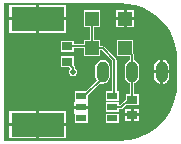
<source format=gbl>
G04*
G04 #@! TF.GenerationSoftware,Altium Limited,CircuitStudio,1.5.2 (30)*
G04*
G04 Layer_Physical_Order=2*
G04 Layer_Color=12500520*
%FSLAX25Y25*%
%MOIN*%
G70*
G01*
G75*
%ADD12C,0.00591*%
%ADD13O,0.03937X0.07087*%
%ADD14C,0.01969*%
%ADD15R,0.03543X0.02756*%
%ADD16R,0.04724X0.04724*%
%ADD17R,0.17716X0.07874*%
%ADD18R,0.03543X0.02362*%
G36*
X435549Y440084D02*
X437985Y439600D01*
X440337Y438801D01*
X442564Y437703D01*
X444629Y436323D01*
X446497Y434686D01*
X448134Y432818D01*
X449514Y430753D01*
X450612Y428526D01*
X451411Y426174D01*
X451895Y423738D01*
X452057Y421276D01*
X452053Y421260D01*
Y413386D01*
X452057Y413370D01*
X451895Y410908D01*
X451411Y408472D01*
X450612Y406120D01*
X449514Y403893D01*
X448134Y401827D01*
X446497Y399960D01*
X444629Y398323D01*
X442564Y396943D01*
X440337Y395844D01*
X437985Y395046D01*
X435549Y394562D01*
X433087Y394400D01*
X433071Y394403D01*
X394403D01*
Y440242D01*
X433071D01*
X433087Y440246D01*
X435549Y440084D01*
D02*
G37*
%LPC*%
G36*
X436508Y404921D02*
X434646D01*
Y403453D01*
X436508D01*
Y404921D01*
D02*
G37*
G36*
X439370Y402453D02*
X437508D01*
Y400984D01*
X439370D01*
Y402453D01*
D02*
G37*
G36*
X436508D02*
X434646D01*
Y400984D01*
X436508D01*
Y402453D01*
D02*
G37*
G36*
X446350Y416823D02*
X444269D01*
Y415748D01*
X444357Y415080D01*
X444615Y414458D01*
X445025Y413923D01*
X445560Y413513D01*
X446182Y413255D01*
X446350Y413233D01*
Y416823D01*
D02*
G37*
G36*
X437402Y427953D02*
X431890D01*
Y422441D01*
X436306D01*
Y421166D01*
X436086Y421123D01*
X435305Y420601D01*
X434783Y419819D01*
X434599Y418898D01*
Y415748D01*
X434783Y414826D01*
X435305Y414045D01*
X436086Y413523D01*
X436306Y413479D01*
Y409843D01*
X434843D01*
Y408071D01*
X432986Y406214D01*
X432480D01*
Y407087D01*
X428150D01*
Y403937D01*
X432480D01*
Y404809D01*
X433277D01*
X433546Y404863D01*
X433774Y405015D01*
X435058Y406299D01*
X439173D01*
Y409843D01*
X437710D01*
Y413479D01*
X437930Y413523D01*
X438711Y414045D01*
X439233Y414826D01*
X439416Y415748D01*
Y418898D01*
X439233Y419819D01*
X438711Y420601D01*
X437930Y421123D01*
X437710Y421166D01*
Y422835D01*
X437657Y423104D01*
X437505Y423331D01*
X437402Y423434D01*
Y427953D01*
D02*
G37*
G36*
X439370Y404921D02*
X437508D01*
Y403453D01*
X439370D01*
Y404921D01*
D02*
G37*
G36*
X422441Y405012D02*
X420079D01*
X417717D01*
Y403765D01*
X417717Y403741D01*
Y403740D01*
X417913Y403322D01*
X417913Y403240D01*
Y400197D01*
X422244D01*
Y403240D01*
X422244Y403322D01*
X422441Y403740D01*
Y403741D01*
X422441Y403765D01*
Y405012D01*
D02*
G37*
G36*
X414961Y399205D02*
X406012D01*
Y395177D01*
X414961D01*
Y399205D01*
D02*
G37*
G36*
X405012D02*
X396063D01*
Y395177D01*
X405012D01*
Y399205D01*
D02*
G37*
G36*
X414961Y404232D02*
X406012D01*
Y400205D01*
X414961D01*
Y404232D01*
D02*
G37*
G36*
X405012D02*
X396063D01*
Y400205D01*
X405012D01*
Y404232D01*
D02*
G37*
G36*
X432480Y403346D02*
X428150D01*
Y400197D01*
X432480D01*
Y403346D01*
D02*
G37*
G36*
X449432Y416823D02*
X447351D01*
Y413233D01*
X447518Y413255D01*
X448141Y413513D01*
X448676Y413923D01*
X449086Y414458D01*
X449344Y415080D01*
X449432Y415748D01*
Y416823D01*
D02*
G37*
G36*
X405012Y439469D02*
X396063D01*
Y435441D01*
X405012D01*
Y439469D01*
D02*
G37*
G36*
X437599Y434540D02*
X435146D01*
Y432087D01*
X437599D01*
Y434540D01*
D02*
G37*
G36*
X434146D02*
X431693D01*
Y432087D01*
X434146D01*
Y434540D01*
D02*
G37*
G36*
X437599Y437992D02*
X435146D01*
Y435539D01*
X437599D01*
Y437992D01*
D02*
G37*
G36*
X434146D02*
X431693D01*
Y435539D01*
X434146D01*
Y437992D01*
D02*
G37*
G36*
X414961Y439469D02*
X406012D01*
Y435441D01*
X414961D01*
Y439469D01*
D02*
G37*
G36*
Y434441D02*
X406012D01*
Y430413D01*
X414961D01*
Y434441D01*
D02*
G37*
G36*
X446350Y421413D02*
X446182Y421391D01*
X445560Y421133D01*
X445025Y420723D01*
X444615Y420188D01*
X444357Y419566D01*
X444269Y418898D01*
Y417823D01*
X446350D01*
Y421413D01*
D02*
G37*
G36*
X417520Y422441D02*
X413189D01*
Y418898D01*
X415964D01*
X416346Y418486D01*
X416329Y418316D01*
X416025Y417861D01*
X415918Y417323D01*
X416025Y416785D01*
X416329Y416329D01*
X416785Y416025D01*
X417323Y415918D01*
X417861Y416025D01*
X418316Y416329D01*
X418621Y416785D01*
X418728Y417323D01*
X418621Y417861D01*
X418316Y418316D01*
X418025Y418511D01*
Y418701D01*
X417972Y418970D01*
X417820Y419198D01*
X417520Y419497D01*
Y422441D01*
D02*
G37*
G36*
X427165Y421306D02*
X426244Y421123D01*
X425462Y420601D01*
X424940Y419819D01*
X424757Y418898D01*
Y415748D01*
X424940Y414826D01*
X425222Y414405D01*
X421644Y410827D01*
X417913D01*
Y407784D01*
X417913Y407702D01*
X417717Y407283D01*
Y407282D01*
X417717Y407259D01*
Y406012D01*
X420079D01*
X422441D01*
Y407259D01*
X422441Y407282D01*
Y407283D01*
X422244Y407702D01*
X422244Y407784D01*
Y409440D01*
X426313Y413509D01*
X427165Y413340D01*
X428087Y413523D01*
X428868Y414045D01*
X429391Y414826D01*
X429574Y415748D01*
Y418898D01*
X429391Y419819D01*
X428868Y420601D01*
X428087Y421123D01*
X427165Y421306D01*
D02*
G37*
G36*
X405012Y434441D02*
X396063D01*
Y430413D01*
X405012D01*
Y434441D01*
D02*
G37*
G36*
X426378Y437795D02*
X420866D01*
Y432283D01*
X422920D01*
Y427953D01*
X420866D01*
Y426490D01*
X417520D01*
Y427559D01*
X413189D01*
Y424016D01*
X417520D01*
Y425085D01*
X420866D01*
Y422441D01*
X426378D01*
Y424486D01*
X426878Y424491D01*
X430400Y420969D01*
Y410827D01*
X428150D01*
Y407677D01*
X432480D01*
Y410827D01*
X431805D01*
Y421260D01*
X431751Y421529D01*
X431599Y421757D01*
X427662Y425694D01*
X427434Y425846D01*
X427165Y425899D01*
X426378D01*
Y427953D01*
X424325D01*
Y432283D01*
X426378D01*
Y437795D01*
D02*
G37*
G36*
X447351Y421413D02*
Y417823D01*
X449432D01*
Y418898D01*
X449344Y419566D01*
X449086Y420188D01*
X448676Y420723D01*
X448141Y421133D01*
X447518Y421391D01*
X447351Y421413D01*
D02*
G37*
%LPD*%
D12*
X435836Y408071D02*
X437008D01*
X433277Y405512D02*
X435836Y408071D01*
X430315Y405512D02*
X433277D01*
X437008Y417323D02*
Y422835D01*
X434646Y425197D02*
X437008Y422835D01*
X417323Y417323D02*
Y418701D01*
X415354Y420669D02*
X417323Y418701D01*
X427165Y425197D02*
X431102Y421260D01*
Y410039D02*
Y421260D01*
X430315Y409252D02*
X431102Y410039D01*
X427165Y415354D02*
Y417323D01*
X421063Y409252D02*
X427165Y415354D01*
X420079Y409252D02*
X421063D01*
X423622Y425197D02*
X427165D01*
X437008Y408071D02*
Y417323D01*
X423622Y425197D02*
Y435039D01*
X415354Y425787D02*
X423032D01*
D13*
X446850Y417323D02*
D03*
X437008D02*
D03*
X427165D02*
D03*
D14*
X417323D02*
D03*
D15*
X415354Y425787D02*
D03*
Y420669D02*
D03*
X437008Y402953D02*
D03*
Y408071D02*
D03*
D16*
X423622Y435039D02*
D03*
X434646D02*
D03*
Y425197D02*
D03*
X423622D02*
D03*
D17*
X405512Y434941D02*
D03*
Y399705D02*
D03*
D18*
X430315Y401772D02*
D03*
X420079Y409252D02*
D03*
Y405512D02*
D03*
Y401772D02*
D03*
X430315Y409252D02*
D03*
Y405512D02*
D03*
M02*

</source>
